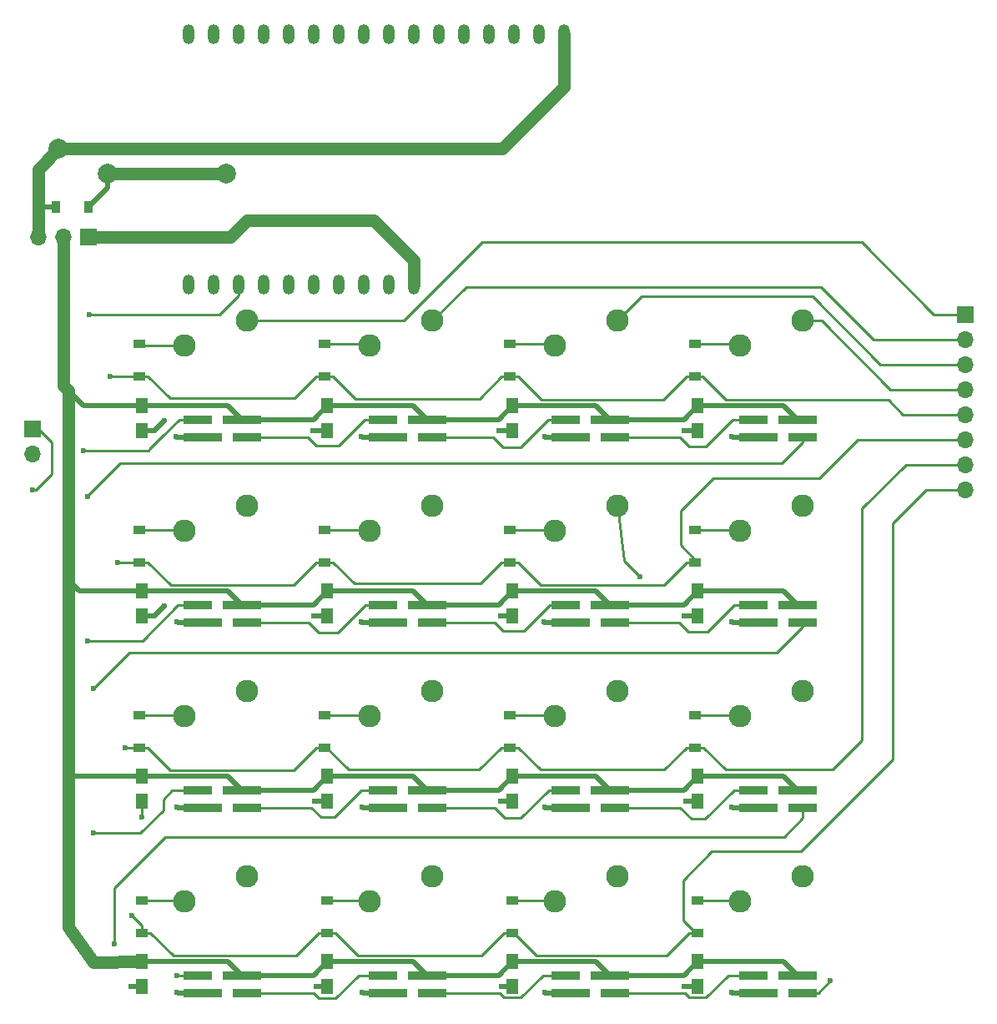
<source format=gtl>
G04 #@! TF.GenerationSoftware,KiCad,Pcbnew,(2017-12-24 revision 570866557)-makepkg*
G04 #@! TF.CreationDate,2018-02-26T21:37:48-07:00*
G04 #@! TF.ProjectId,KeyGridTest1,4B65794772696454657374312E6B6963,rev?*
G04 #@! TF.SameCoordinates,Original*
G04 #@! TF.FileFunction,Copper,L1,Top,Signal*
G04 #@! TF.FilePolarity,Positive*
%FSLAX46Y46*%
G04 Gerber Fmt 4.6, Leading zero omitted, Abs format (unit mm)*
G04 Created by KiCad (PCBNEW (2017-12-24 revision 570866557)-makepkg) date 02/26/18 21:37:48*
%MOMM*%
%LPD*%
G01*
G04 APERTURE LIST*
%ADD10O,1.200000X2.000000*%
%ADD11C,2.286000*%
%ADD12R,1.200000X0.900000*%
%ADD13R,3.000000X0.850000*%
%ADD14R,4.000000X0.850000*%
%ADD15R,1.250000X1.500000*%
%ADD16R,1.700000X1.700000*%
%ADD17O,1.700000X1.700000*%
%ADD18C,1.998980*%
%ADD19C,2.000000*%
%ADD20R,0.900000X1.200000*%
%ADD21C,0.600000*%
%ADD22C,0.508000*%
%ADD23C,1.270000*%
%ADD24C,0.254000*%
%ADD25C,0.250000*%
G04 APERTURE END LIST*
D10*
X114655600Y-45364400D03*
X114655600Y-70764400D03*
X117195600Y-45364400D03*
X117195600Y-70764400D03*
X119735600Y-45364400D03*
X119735600Y-70764400D03*
X122275600Y-45364400D03*
X122275600Y-70764400D03*
X124815600Y-45364400D03*
X124815600Y-70764400D03*
X127355600Y-45364400D03*
X127355600Y-70764400D03*
X129895600Y-45364400D03*
X129895600Y-70764400D03*
X132435600Y-45364400D03*
X132435600Y-70764400D03*
X134975600Y-45364400D03*
X134975600Y-70764400D03*
X137515600Y-45364400D03*
X137515600Y-70764400D03*
X140055600Y-45364400D03*
X142595600Y-45364400D03*
X145135600Y-45364400D03*
X147675600Y-45364400D03*
X150215600Y-45364400D03*
X152755600Y-45364400D03*
D11*
X120624600Y-74447400D03*
X114274600Y-76987400D03*
X139420600Y-112039400D03*
X133070600Y-114579400D03*
D12*
X147548600Y-136549400D03*
X147548600Y-133249400D03*
X166344600Y-136549400D03*
X166344600Y-133249400D03*
X109956600Y-136549400D03*
X109956600Y-133249400D03*
X128752600Y-136549400D03*
X128752600Y-133249400D03*
X166090600Y-117753400D03*
X166090600Y-114453400D03*
X147294600Y-117753400D03*
X147294600Y-114453400D03*
X147294600Y-98957400D03*
X147294600Y-95657400D03*
X166090600Y-98957400D03*
X166090600Y-95657400D03*
X128498600Y-117753400D03*
X128498600Y-114453400D03*
X128498600Y-98957400D03*
X128498600Y-95657400D03*
X109702600Y-98957400D03*
X109702600Y-95657400D03*
X109702600Y-117753400D03*
X109702600Y-114453400D03*
X109702600Y-80098199D03*
X109702600Y-76798199D03*
X128498600Y-80098199D03*
X128498600Y-76798199D03*
X147294600Y-80098199D03*
X147294600Y-76798199D03*
X166090600Y-80098199D03*
X166090600Y-76798199D03*
D11*
X158216600Y-130835400D03*
X151866600Y-133375400D03*
X177012600Y-130835400D03*
X170662600Y-133375400D03*
X120624600Y-130835400D03*
X114274600Y-133375400D03*
X139420600Y-130835400D03*
X133070600Y-133375400D03*
X158216600Y-112039400D03*
X151866600Y-114579400D03*
X177012600Y-112039400D03*
X170662600Y-114579400D03*
X177012600Y-93243400D03*
X170662600Y-95783400D03*
X139420600Y-93243400D03*
X133070600Y-95783400D03*
X120624600Y-93243400D03*
X114274600Y-95783400D03*
X120624600Y-112039400D03*
X114274600Y-114579400D03*
X139420600Y-74447400D03*
X133070600Y-76987400D03*
X158216600Y-74447400D03*
X151866600Y-76987400D03*
X177012600Y-74447400D03*
X170662600Y-76987400D03*
D13*
X152922600Y-140882400D03*
D14*
X153422600Y-142632400D03*
D13*
X157922600Y-142632400D03*
D14*
X157422600Y-140882400D03*
D15*
X147548600Y-139491400D03*
X147548600Y-141991400D03*
X166344600Y-139491400D03*
X166344600Y-141991400D03*
D13*
X171972600Y-140882400D03*
D14*
X172472600Y-142632400D03*
D13*
X176972600Y-142632400D03*
D14*
X176472600Y-140882400D03*
D15*
X128752600Y-139491400D03*
X128752600Y-141991400D03*
X109956600Y-139491400D03*
X109956600Y-141991400D03*
D13*
X115584600Y-140882400D03*
D14*
X116084600Y-142632400D03*
D13*
X120584600Y-142632400D03*
D14*
X120084600Y-140882400D03*
D13*
X134380600Y-140882400D03*
D14*
X134880600Y-142632400D03*
D13*
X139380600Y-142632400D03*
D14*
X138880600Y-140882400D03*
D13*
X152922600Y-103290400D03*
D14*
X153422600Y-105040400D03*
D13*
X157922600Y-105040400D03*
D14*
X157422600Y-103290400D03*
D13*
X152922600Y-122086400D03*
D14*
X153422600Y-123836400D03*
D13*
X157922600Y-123836400D03*
D14*
X157422600Y-122086400D03*
D13*
X171972600Y-103290400D03*
D14*
X172472600Y-105040400D03*
D13*
X176972600Y-105040400D03*
D14*
X176472600Y-103290400D03*
D13*
X171972600Y-122086400D03*
D14*
X172472600Y-123836400D03*
D13*
X176972600Y-123836400D03*
D14*
X176472600Y-122086400D03*
D13*
X115584600Y-122086400D03*
D14*
X116084600Y-123836400D03*
D13*
X120584600Y-123836400D03*
D14*
X120084600Y-122086400D03*
D15*
X128752600Y-120695400D03*
X128752600Y-123195400D03*
D13*
X134380600Y-122086400D03*
D14*
X134880600Y-123836400D03*
D13*
X139380600Y-123836400D03*
D14*
X138880600Y-122086400D03*
D13*
X115584600Y-103290400D03*
D14*
X116084600Y-105040400D03*
D13*
X120584600Y-105040400D03*
D14*
X120084600Y-103290400D03*
D15*
X128752600Y-101899400D03*
X128752600Y-104399400D03*
D13*
X134380600Y-103290400D03*
D14*
X134880600Y-105040400D03*
D13*
X139380600Y-105040400D03*
D14*
X138880600Y-103290400D03*
D15*
X147548600Y-101899400D03*
X147548600Y-104399400D03*
X166344600Y-101899400D03*
X166344600Y-104399400D03*
X166344600Y-120695400D03*
X166344600Y-123195400D03*
X147548600Y-120695400D03*
X147548600Y-123195400D03*
X109956600Y-101899400D03*
X109956600Y-104399400D03*
X109956600Y-120695400D03*
X109956600Y-123195400D03*
X109956600Y-83103400D03*
X109956600Y-85603400D03*
X128752600Y-83103400D03*
X128752600Y-85603400D03*
X147548600Y-83103400D03*
X147548600Y-85603400D03*
X166344600Y-83103400D03*
X166344600Y-85603400D03*
D16*
X104500000Y-66000000D03*
D17*
X101960000Y-66000000D03*
X99420000Y-66000000D03*
D13*
X115584600Y-84494400D03*
D14*
X116084600Y-86244400D03*
D13*
X120584600Y-86244400D03*
D14*
X120084600Y-84494400D03*
D13*
X134380600Y-84494400D03*
D14*
X134880600Y-86244400D03*
D13*
X139380600Y-86244400D03*
D14*
X138880600Y-84494400D03*
D13*
X152922600Y-84494400D03*
D14*
X153422600Y-86244400D03*
D13*
X157922600Y-86244400D03*
D14*
X157422600Y-84494400D03*
D13*
X171972600Y-84494400D03*
D14*
X172472600Y-86244400D03*
D13*
X176972600Y-86244400D03*
D14*
X176472600Y-84494400D03*
D18*
X118500000Y-59500000D03*
D16*
X193500000Y-73800000D03*
D17*
X193500000Y-76340000D03*
X193500000Y-78880000D03*
X193500000Y-81420000D03*
X193500000Y-83960000D03*
X193500000Y-86500000D03*
X193500000Y-89040000D03*
X193500000Y-91580000D03*
D16*
X98800000Y-85400000D03*
D17*
X98800000Y-87940000D03*
D19*
X106500000Y-59500000D03*
X101500000Y-57000000D03*
D11*
X151866600Y-95783400D03*
X158216600Y-93243400D03*
D20*
X104475000Y-62950000D03*
X101175000Y-62950000D03*
D21*
X169800000Y-142600000D03*
X165000000Y-142000000D03*
X150800000Y-142600000D03*
X146400000Y-142000000D03*
X132300000Y-142600000D03*
X127600000Y-142000000D03*
X113500000Y-142600000D03*
X108800000Y-142000000D03*
X113500000Y-123800000D03*
X127500000Y-123200000D03*
X132300000Y-123800000D03*
X146300000Y-123200000D03*
X150800000Y-123800000D03*
X165100000Y-123200000D03*
X169800000Y-123800000D03*
X169800000Y-105000000D03*
X165000000Y-104400000D03*
X150700000Y-105000000D03*
X146300000Y-104400000D03*
X132200000Y-105000000D03*
X127400000Y-104400000D03*
X113500000Y-105000000D03*
X112200000Y-103400000D03*
X169800000Y-86200000D03*
X165000000Y-85600000D03*
X150800000Y-86200000D03*
X146200000Y-85600000D03*
X132200000Y-86200000D03*
X127300000Y-85600000D03*
X113400000Y-86200000D03*
X112200000Y-84600000D03*
X104400000Y-106900000D03*
X104400000Y-92300000D03*
X105000000Y-126400000D03*
X105000000Y-111800000D03*
X113500000Y-140900000D03*
X107100000Y-137700000D03*
X109956600Y-124815600D03*
X104000000Y-87600000D03*
X98800000Y-91600000D03*
X179800000Y-141400000D03*
X104600000Y-73800000D03*
X106730800Y-80060800D03*
X107442000Y-98983800D03*
X108204000Y-117754400D03*
X108940600Y-134800000D03*
X160500000Y-100450000D03*
D22*
X166344600Y-139491400D02*
X175081600Y-139491400D01*
X175081600Y-139491400D02*
X176472600Y-140882400D01*
X157422600Y-140882400D02*
X164953600Y-140882400D01*
X164953600Y-140882400D02*
X166344600Y-139491400D01*
X147548600Y-139491400D02*
X156031600Y-139491400D01*
X156031600Y-139491400D02*
X157422600Y-140882400D01*
X138880600Y-140882400D02*
X146157600Y-140882400D01*
X146157600Y-140882400D02*
X147548600Y-139491400D01*
X128752600Y-139491400D02*
X137489600Y-139491400D01*
X137489600Y-139491400D02*
X138880600Y-140882400D01*
X120084600Y-140882400D02*
X127361600Y-140882400D01*
X127361600Y-140882400D02*
X128752600Y-139491400D01*
X109956600Y-139491400D02*
X118693600Y-139491400D01*
X118693600Y-139491400D02*
X120084600Y-140882400D01*
X166344600Y-120695400D02*
X175081600Y-120695400D01*
X175081600Y-120695400D02*
X176472600Y-122086400D01*
X157422600Y-122086400D02*
X164953600Y-122086400D01*
X164953600Y-122086400D02*
X166344600Y-120695400D01*
X147548600Y-120695400D02*
X156031600Y-120695400D01*
X156031600Y-120695400D02*
X157422600Y-122086400D01*
X138880600Y-122086400D02*
X146157600Y-122086400D01*
X146157600Y-122086400D02*
X147548600Y-120695400D01*
X128752600Y-120695400D02*
X137489600Y-120695400D01*
X137489600Y-120695400D02*
X138880600Y-122086400D01*
X120084600Y-122086400D02*
X127361600Y-122086400D01*
X127361600Y-122086400D02*
X128752600Y-120695400D01*
X109956600Y-120695400D02*
X118693600Y-120695400D01*
X118693600Y-120695400D02*
X120084600Y-122086400D01*
X166344600Y-101899400D02*
X175081600Y-101899400D01*
X175081600Y-101899400D02*
X176472600Y-103290400D01*
X157422600Y-103290400D02*
X164953600Y-103290400D01*
X164953600Y-103290400D02*
X166344600Y-101899400D01*
X147548600Y-101899400D02*
X156031600Y-101899400D01*
X156031600Y-101899400D02*
X157422600Y-103290400D01*
X138880600Y-103290400D02*
X146157600Y-103290400D01*
X146157600Y-103290400D02*
X147548600Y-101899400D01*
X128752600Y-101899400D02*
X137489600Y-101899400D01*
X137489600Y-101899400D02*
X138880600Y-103290400D01*
X120084600Y-103290400D02*
X127361600Y-103290400D01*
X127361600Y-103290400D02*
X128752600Y-101899400D01*
X109956600Y-101899400D02*
X118693600Y-101899400D01*
X118693600Y-101899400D02*
X120084600Y-103290400D01*
X166344600Y-83103400D02*
X175081600Y-83103400D01*
X175081600Y-83103400D02*
X176472600Y-84494400D01*
X157422600Y-84494400D02*
X164953600Y-84494400D01*
X164953600Y-84494400D02*
X166344600Y-83103400D01*
X147548600Y-83103400D02*
X156031600Y-83103400D01*
X156031600Y-83103400D02*
X157422600Y-84494400D01*
X138880600Y-84494400D02*
X146157600Y-84494400D01*
X146157600Y-84494400D02*
X147548600Y-83103400D01*
X128752600Y-83103400D02*
X137489600Y-83103400D01*
X137489600Y-83103400D02*
X138880600Y-84494400D01*
X120084600Y-84494400D02*
X127361600Y-84494400D01*
X127361600Y-84494400D02*
X128752600Y-83103400D01*
X109956600Y-83103400D02*
X118693600Y-83103400D01*
X118693600Y-83103400D02*
X120084600Y-84494400D01*
D23*
X101960000Y-66000000D02*
X101960000Y-81030400D01*
X101960000Y-81030400D02*
X102463600Y-81534000D01*
D22*
X106500000Y-59500000D02*
X106500000Y-60925000D01*
X106500000Y-60925000D02*
X104475000Y-62950000D01*
X111296600Y-85603400D02*
X111296600Y-85503400D01*
X111296600Y-85503400D02*
X112200000Y-84600000D01*
X111299400Y-104399400D02*
X111299400Y-104300600D01*
X111299400Y-104300600D02*
X112200000Y-103400000D01*
X169832400Y-142632400D02*
X169800000Y-142600000D01*
X172472600Y-142632400D02*
X169832400Y-142632400D01*
X165008600Y-141991400D02*
X165000000Y-142000000D01*
X166344600Y-141991400D02*
X165008600Y-141991400D01*
X150832400Y-142632400D02*
X150800000Y-142600000D01*
X153422600Y-142632400D02*
X150832400Y-142632400D01*
X146408600Y-141991400D02*
X146400000Y-142000000D01*
X147548600Y-141991400D02*
X146408600Y-141991400D01*
X132332400Y-142632400D02*
X132300000Y-142600000D01*
X134880600Y-142632400D02*
X132332400Y-142632400D01*
X127608600Y-141991400D02*
X127600000Y-142000000D01*
X128752600Y-141991400D02*
X127608600Y-141991400D01*
X113532400Y-142632400D02*
X113500000Y-142600000D01*
X116084600Y-142632400D02*
X113532400Y-142632400D01*
X108808600Y-141991400D02*
X108800000Y-142000000D01*
X109956600Y-141991400D02*
X108808600Y-141991400D01*
X113536400Y-123836400D02*
X113500000Y-123800000D01*
X116084600Y-123836400D02*
X113536400Y-123836400D01*
X127504600Y-123195400D02*
X127500000Y-123200000D01*
X128752600Y-123195400D02*
X127504600Y-123195400D01*
X132336400Y-123836400D02*
X132300000Y-123800000D01*
X134880600Y-123836400D02*
X132336400Y-123836400D01*
X146304600Y-123195400D02*
X146300000Y-123200000D01*
X147548600Y-123195400D02*
X146304600Y-123195400D01*
X150836400Y-123836400D02*
X150800000Y-123800000D01*
X153422600Y-123836400D02*
X150836400Y-123836400D01*
X165104600Y-123195400D02*
X165100000Y-123200000D01*
X166344600Y-123195400D02*
X165104600Y-123195400D01*
X169836400Y-123836400D02*
X169800000Y-123800000D01*
X172472600Y-123836400D02*
X169836400Y-123836400D01*
X169840400Y-105040400D02*
X169800000Y-105000000D01*
X172472600Y-105040400D02*
X169840400Y-105040400D01*
X165000600Y-104399400D02*
X165000000Y-104400000D01*
X166344600Y-104399400D02*
X165000600Y-104399400D01*
X150740400Y-105040400D02*
X150700000Y-105000000D01*
X153422600Y-105040400D02*
X150740400Y-105040400D01*
X146300600Y-104399400D02*
X146300000Y-104400000D01*
X147548600Y-104399400D02*
X146300600Y-104399400D01*
X132240400Y-105040400D02*
X132200000Y-105000000D01*
X134880600Y-105040400D02*
X132240400Y-105040400D01*
X127400600Y-104399400D02*
X127400000Y-104400000D01*
X128752600Y-104399400D02*
X127400600Y-104399400D01*
X113540400Y-105040400D02*
X113500000Y-105000000D01*
X116084600Y-105040400D02*
X113540400Y-105040400D01*
X111299400Y-104399400D02*
X111300000Y-104400000D01*
X109956600Y-104399400D02*
X111299400Y-104399400D01*
X169844400Y-86244400D02*
X169800000Y-86200000D01*
X172472600Y-86244400D02*
X169844400Y-86244400D01*
X165003400Y-85603400D02*
X165000000Y-85600000D01*
X166344600Y-85603400D02*
X165003400Y-85603400D01*
X150844400Y-86244400D02*
X150800000Y-86200000D01*
X153422600Y-86244400D02*
X150844400Y-86244400D01*
X146203400Y-85603400D02*
X146200000Y-85600000D01*
X147548600Y-85603400D02*
X146203400Y-85603400D01*
X132244400Y-86244400D02*
X132200000Y-86200000D01*
X134880600Y-86244400D02*
X132244400Y-86244400D01*
X127303400Y-85603400D02*
X127300000Y-85600000D01*
X128752600Y-85603400D02*
X127303400Y-85603400D01*
X113444400Y-86244400D02*
X113400000Y-86200000D01*
X116084600Y-86244400D02*
X113444400Y-86244400D01*
X111296600Y-85603400D02*
X111300000Y-85600000D01*
X109956600Y-85603400D02*
X111296600Y-85603400D01*
D24*
X185700000Y-82500000D02*
X187160000Y-83960000D01*
X187160000Y-83960000D02*
X193500000Y-83960000D01*
X169200000Y-82500000D02*
X185700000Y-82500000D01*
X166798199Y-80098199D02*
X169200000Y-82500000D01*
X166090600Y-80098199D02*
X166798199Y-80098199D01*
X178700000Y-90400000D02*
X182600000Y-86500000D01*
X182600000Y-86500000D02*
X193500000Y-86500000D01*
X167900000Y-90400000D02*
X178700000Y-90400000D01*
X164600000Y-93700000D02*
X167900000Y-90400000D01*
X164600000Y-97200000D02*
X164600000Y-93700000D01*
X166090600Y-98690600D02*
X164600000Y-97200000D01*
X166090600Y-98957400D02*
X166090600Y-98690600D01*
X109956600Y-136549400D02*
X109956600Y-135816000D01*
X109956600Y-135816000D02*
X108940600Y-134800000D01*
X186100000Y-95000000D02*
X189520000Y-91580000D01*
X189520000Y-91580000D02*
X193500000Y-91580000D01*
X186100000Y-119000000D02*
X186100000Y-95000000D01*
X176800000Y-128300000D02*
X186100000Y-119000000D01*
X167800000Y-128300000D02*
X176800000Y-128300000D01*
X164900000Y-131200000D02*
X167800000Y-128300000D01*
X164900000Y-135300000D02*
X164900000Y-131200000D01*
X166149400Y-136549400D02*
X164900000Y-135300000D01*
X166344600Y-136549400D02*
X166149400Y-136549400D01*
D23*
X99420000Y-62875000D02*
X99420000Y-59080000D01*
X99420000Y-66000000D02*
X99420000Y-62875000D01*
D22*
X101175000Y-62950000D02*
X99495000Y-62950000D01*
X99495000Y-62950000D02*
X99420000Y-62875000D01*
D24*
X129900000Y-87100000D02*
X132505600Y-84494400D01*
X132505600Y-84494400D02*
X134380600Y-84494400D01*
X127600000Y-87100000D02*
X129900000Y-87100000D01*
X126744400Y-86244400D02*
X127600000Y-87100000D01*
X120584600Y-86244400D02*
X126744400Y-86244400D01*
X129800000Y-106100000D02*
X132609600Y-103290400D01*
X132609600Y-103290400D02*
X134380600Y-103290400D01*
X127900000Y-106100000D02*
X129800000Y-106100000D01*
X126840400Y-105040400D02*
X127900000Y-106100000D01*
X120584600Y-105040400D02*
X126840400Y-105040400D01*
X110000000Y-106900000D02*
X113609600Y-103290400D01*
X113609600Y-103290400D02*
X115584600Y-103290400D01*
X104400000Y-106900000D02*
X110000000Y-106900000D01*
X104400000Y-92200000D02*
X104400000Y-92300000D01*
X107700000Y-88900000D02*
X104400000Y-92200000D01*
X174900000Y-88900000D02*
X107700000Y-88900000D01*
X176972600Y-86827400D02*
X174900000Y-88900000D01*
X176972600Y-86244400D02*
X176972600Y-86827400D01*
X129500000Y-124800000D02*
X132213600Y-122086400D01*
X132213600Y-122086400D02*
X134380600Y-122086400D01*
X128100000Y-124800000D02*
X129500000Y-124800000D01*
X127136400Y-123836400D02*
X128100000Y-124800000D01*
X120584600Y-123836400D02*
X127136400Y-123836400D01*
X112100000Y-123000000D02*
X113013600Y-122086400D01*
X113013600Y-122086400D02*
X115584600Y-122086400D01*
X112100000Y-124100000D02*
X112100000Y-123000000D01*
X109800000Y-126400000D02*
X112100000Y-124100000D01*
X105000000Y-126400000D02*
X109800000Y-126400000D01*
X108700000Y-108100000D02*
X105000000Y-111800000D01*
X174400000Y-108100000D02*
X108700000Y-108100000D01*
X176972600Y-105527400D02*
X174400000Y-108100000D01*
X176972600Y-105040400D02*
X176972600Y-105527400D01*
X129600000Y-143200000D02*
X131917600Y-140882400D01*
X131917600Y-140882400D02*
X134380600Y-140882400D01*
X127900000Y-143200000D02*
X129600000Y-143200000D01*
X127332400Y-142632400D02*
X127900000Y-143200000D01*
X120584600Y-142632400D02*
X127332400Y-142632400D01*
X113517600Y-140882400D02*
X115584600Y-140882400D01*
X107100000Y-132000000D02*
X107100000Y-137700000D01*
X175100000Y-126800000D02*
X112300000Y-126800000D01*
X112300000Y-126800000D02*
X107100000Y-132000000D01*
X113500000Y-140900000D02*
X113517600Y-140882400D01*
X176972600Y-123836400D02*
X176972600Y-124927400D01*
X176972600Y-124927400D02*
X175100000Y-126800000D01*
X148400000Y-87300000D02*
X151205600Y-84494400D01*
X151205600Y-84494400D02*
X152922600Y-84494400D01*
X146600000Y-87300000D02*
X148400000Y-87300000D01*
X145544400Y-86244400D02*
X146600000Y-87300000D01*
X139380600Y-86244400D02*
X145544400Y-86244400D01*
X148700000Y-105900000D02*
X151309600Y-103290400D01*
X151309600Y-103290400D02*
X152922600Y-103290400D01*
X146600000Y-105900000D02*
X148700000Y-105900000D01*
X145740400Y-105040400D02*
X146600000Y-105900000D01*
X139380600Y-105040400D02*
X145740400Y-105040400D01*
D22*
X138280600Y-105040400D02*
X139359600Y-105040400D01*
D24*
X148400000Y-124900000D02*
X151213600Y-122086400D01*
X151213600Y-122086400D02*
X152922600Y-122086400D01*
X146800000Y-124900000D02*
X148400000Y-124900000D01*
X145736400Y-123836400D02*
X146800000Y-124900000D01*
X139380600Y-123836400D02*
X145736400Y-123836400D01*
X148400000Y-143100000D02*
X150617600Y-140882400D01*
X150617600Y-140882400D02*
X152922600Y-140882400D01*
X146700000Y-143100000D02*
X148400000Y-143100000D01*
X146232400Y-142632400D02*
X146700000Y-143100000D01*
X139380600Y-142632400D02*
X146232400Y-142632400D01*
X167200000Y-87200000D02*
X169905600Y-84494400D01*
X169905600Y-84494400D02*
X171972600Y-84494400D01*
X165500000Y-87200000D02*
X167200000Y-87200000D01*
X164544400Y-86244400D02*
X165500000Y-87200000D01*
X157922600Y-86244400D02*
X164544400Y-86244400D01*
X167300000Y-106000000D02*
X170009600Y-103290400D01*
X170009600Y-103290400D02*
X171972600Y-103290400D01*
X165400000Y-106000000D02*
X167300000Y-106000000D01*
X164440400Y-105040400D02*
X165400000Y-106000000D01*
X157922600Y-105040400D02*
X164440400Y-105040400D01*
X167100000Y-125000000D02*
X170013600Y-122086400D01*
X170013600Y-122086400D02*
X171972600Y-122086400D01*
X165700000Y-125000000D02*
X167100000Y-125000000D01*
X164536400Y-123836400D02*
X165700000Y-125000000D01*
X157922600Y-123836400D02*
X164536400Y-123836400D01*
X167200000Y-143100000D02*
X169417600Y-140882400D01*
X169417600Y-140882400D02*
X171972600Y-140882400D01*
X165500000Y-143100000D02*
X167200000Y-143100000D01*
X165032400Y-142632400D02*
X165500000Y-143100000D01*
X157922600Y-142632400D02*
X165032400Y-142632400D01*
D22*
X172997600Y-140882400D02*
X173072600Y-140882400D01*
D23*
X102463600Y-120500000D02*
X102463600Y-136000000D01*
X102463600Y-100787200D02*
X102463600Y-120500000D01*
D22*
X109956600Y-120695400D02*
X102659000Y-120695400D01*
X102659000Y-120695400D02*
X102463600Y-120500000D01*
X172064600Y-103290400D02*
X173072600Y-103290400D01*
X172064600Y-84494400D02*
X173072600Y-84494400D01*
D23*
X105000000Y-139500000D02*
X109956600Y-139491400D01*
X102463600Y-136000000D02*
X105000000Y-139500000D01*
X102463600Y-81534000D02*
X102463600Y-100787200D01*
D22*
X102463600Y-81534000D02*
X104033000Y-83103400D01*
X104033000Y-83103400D02*
X109956600Y-83103400D01*
X102463600Y-100787200D02*
X103575800Y-101899400D01*
X103575800Y-101899400D02*
X109956600Y-101899400D01*
D23*
X106500000Y-59500000D02*
X118500000Y-59500000D01*
D24*
X109956600Y-123195400D02*
X109956600Y-124815600D01*
X110600000Y-87600000D02*
X104000000Y-87600000D01*
X110800000Y-87400000D02*
X110600000Y-87600000D01*
X112000000Y-86200000D02*
X110800000Y-87400000D01*
X113705600Y-84494400D02*
X112000000Y-86200000D01*
X115584600Y-84494400D02*
X113705600Y-84494400D01*
X176972600Y-142632400D02*
X178567600Y-142632400D01*
X178567600Y-142632400D02*
X179800000Y-141400000D01*
X100800000Y-86800000D02*
X99400000Y-85400000D01*
X99400000Y-85400000D02*
X98800000Y-85400000D01*
X100800000Y-90000000D02*
X100800000Y-86800000D01*
X99200000Y-91600000D02*
X100800000Y-90000000D01*
X98800000Y-91600000D02*
X99200000Y-91600000D01*
X117800000Y-73800000D02*
X104600000Y-73800000D01*
X119735600Y-71864400D02*
X117800000Y-73800000D01*
X119735600Y-70764400D02*
X119735600Y-71864400D01*
D22*
X175872600Y-142632400D02*
X177331400Y-142632400D01*
X177331400Y-142632400D02*
X177342800Y-142621000D01*
X156822600Y-142632400D02*
X158306800Y-142632400D01*
X158306800Y-142632400D02*
X158318200Y-142621000D01*
X139300000Y-142621000D02*
X139288600Y-142632400D01*
X138280600Y-142632400D02*
X139288600Y-142632400D01*
X120504000Y-142621000D02*
X120802400Y-142621000D01*
X119484600Y-142632400D02*
X120492600Y-142632400D01*
X120492600Y-142632400D02*
X120504000Y-142621000D01*
D24*
X166090600Y-80098199D02*
X166240600Y-80098199D01*
X106730800Y-80060800D02*
X109665201Y-80060800D01*
X109665201Y-80060800D02*
X109702600Y-80098199D01*
X150498801Y-82448400D02*
X162886399Y-82448400D01*
X162886399Y-82448400D02*
X165236600Y-80098199D01*
X165236600Y-80098199D02*
X166090600Y-80098199D01*
X147294600Y-80098199D02*
X148148600Y-80098199D01*
X148148600Y-80098199D02*
X150498801Y-82448400D01*
X131601201Y-82346800D02*
X144191999Y-82346800D01*
X144191999Y-82346800D02*
X146440600Y-80098199D01*
X146440600Y-80098199D02*
X147294600Y-80098199D01*
X128498600Y-80098199D02*
X129352600Y-80098199D01*
X129352600Y-80098199D02*
X131601201Y-82346800D01*
X112779801Y-82321400D02*
X125421399Y-82321400D01*
X125421399Y-82321400D02*
X127644600Y-80098199D01*
X127644600Y-80098199D02*
X128498600Y-80098199D01*
X109702600Y-80098199D02*
X110556600Y-80098199D01*
X110556600Y-80098199D02*
X112779801Y-82321400D01*
D25*
X128498600Y-80098199D02*
X128648600Y-80098199D01*
X109702600Y-80098199D02*
X109852600Y-80098199D01*
X114274600Y-76987400D02*
X109891801Y-76987400D01*
X109891801Y-76987400D02*
X109702600Y-76798199D01*
D24*
X107442000Y-98983800D02*
X109676200Y-98983800D01*
X109676200Y-98983800D02*
X109702600Y-98957400D01*
X150435600Y-101244400D02*
X162949600Y-101244400D01*
X162949600Y-101244400D02*
X165236600Y-98957400D01*
X165236600Y-98957400D02*
X166090600Y-98957400D01*
X147294600Y-98957400D02*
X148148600Y-98957400D01*
X148148600Y-98957400D02*
X150435600Y-101244400D01*
X131487200Y-101092000D02*
X144306000Y-101092000D01*
X144306000Y-101092000D02*
X146440600Y-98957400D01*
X146440600Y-98957400D02*
X147294600Y-98957400D01*
X128498600Y-98957400D02*
X129352600Y-98957400D01*
X129352600Y-98957400D02*
X131487200Y-101092000D01*
X112869000Y-101269800D02*
X125332200Y-101269800D01*
X125332200Y-101269800D02*
X127644600Y-98957400D01*
X127644600Y-98957400D02*
X128498600Y-98957400D01*
X109702600Y-98957400D02*
X110556600Y-98957400D01*
X110556600Y-98957400D02*
X112869000Y-101269800D01*
D25*
X109702600Y-95657400D02*
X114148600Y-95657400D01*
X114148600Y-95657400D02*
X114274600Y-95783400D01*
D24*
X169191200Y-120000000D02*
X166944600Y-117753400D01*
X180000000Y-120000000D02*
X169191200Y-120000000D01*
X183000000Y-117000000D02*
X180000000Y-120000000D01*
X183000000Y-93500000D02*
X183000000Y-117000000D01*
X193500000Y-89040000D02*
X187460000Y-89040000D01*
X187460000Y-89040000D02*
X183000000Y-93500000D01*
X166944600Y-117753400D02*
X166090600Y-117753400D01*
X108204000Y-117754400D02*
X109701600Y-117754400D01*
X109701600Y-117754400D02*
X109702600Y-117753400D01*
X150410200Y-120015000D02*
X162975000Y-120015000D01*
X162975000Y-120015000D02*
X165236600Y-117753400D01*
X165236600Y-117753400D02*
X166090600Y-117753400D01*
X147294600Y-117753400D02*
X148148600Y-117753400D01*
X148148600Y-117753400D02*
X150410200Y-120015000D01*
X130910200Y-120015000D02*
X144179000Y-120015000D01*
X144179000Y-120015000D02*
X146440600Y-117753400D01*
X146440600Y-117753400D02*
X147294600Y-117753400D01*
X128498600Y-117753400D02*
X128648600Y-117753400D01*
X128648600Y-117753400D02*
X130910200Y-120015000D01*
X112843600Y-120040400D02*
X125357600Y-120040400D01*
X125357600Y-120040400D02*
X127644600Y-117753400D01*
X127644600Y-117753400D02*
X128498600Y-117753400D01*
X109702600Y-117753400D02*
X110556600Y-117753400D01*
X110556600Y-117753400D02*
X112843600Y-120040400D01*
D25*
X109702600Y-114453400D02*
X114148600Y-114453400D01*
X114148600Y-114453400D02*
X114274600Y-114579400D01*
D24*
X166344600Y-136549400D02*
X166494600Y-136549400D01*
X109906800Y-136499600D02*
X109956600Y-136549400D01*
X149985600Y-138836400D02*
X163203600Y-138836400D01*
X163203600Y-138836400D02*
X165490600Y-136549400D01*
X165490600Y-136549400D02*
X166344600Y-136549400D01*
X147548600Y-136549400D02*
X147698600Y-136549400D01*
X147698600Y-136549400D02*
X149985600Y-138836400D01*
X131893600Y-138836400D02*
X144407600Y-138836400D01*
X144407600Y-138836400D02*
X146694600Y-136549400D01*
X146694600Y-136549400D02*
X147548600Y-136549400D01*
X128752600Y-136549400D02*
X129606600Y-136549400D01*
X129606600Y-136549400D02*
X131893600Y-138836400D01*
X113123000Y-138861800D02*
X125586200Y-138861800D01*
X125586200Y-138861800D02*
X127898600Y-136549400D01*
X127898600Y-136549400D02*
X128752600Y-136549400D01*
X109956600Y-136549400D02*
X110810600Y-136549400D01*
X110810600Y-136549400D02*
X113123000Y-138861800D01*
D25*
X109956600Y-133249400D02*
X114148600Y-133249400D01*
X114148600Y-133249400D02*
X114274600Y-133375400D01*
X128498600Y-76798199D02*
X132881399Y-76798199D01*
X132881399Y-76798199D02*
X133070600Y-76987400D01*
X128498600Y-95657400D02*
X132944600Y-95657400D01*
X132944600Y-95657400D02*
X133070600Y-95783400D01*
X128498600Y-114453400D02*
X132944600Y-114453400D01*
X132944600Y-114453400D02*
X133070600Y-114579400D01*
X128752600Y-133249400D02*
X132944600Y-133249400D01*
X132944600Y-133249400D02*
X133070600Y-133375400D01*
X147294600Y-76798199D02*
X151677399Y-76798199D01*
X151677399Y-76798199D02*
X151866600Y-76987400D01*
X147294600Y-95657400D02*
X151740600Y-95657400D01*
X151740600Y-95657400D02*
X151866600Y-95783400D01*
D24*
X147294600Y-114453400D02*
X151740600Y-114453400D01*
X151740600Y-114453400D02*
X151866600Y-114579400D01*
D25*
X147548600Y-133249400D02*
X151740600Y-133249400D01*
X151740600Y-133249400D02*
X151866600Y-133375400D01*
X166090600Y-76798199D02*
X170473399Y-76798199D01*
X170473399Y-76798199D02*
X170662600Y-76987400D01*
X166090600Y-95657400D02*
X170536600Y-95657400D01*
X170536600Y-95657400D02*
X170662600Y-95783400D01*
X166090600Y-114453400D02*
X170536600Y-114453400D01*
X170536600Y-114453400D02*
X170662600Y-114579400D01*
X166344600Y-133249400D02*
X170536600Y-133249400D01*
X170536600Y-133249400D02*
X170662600Y-133375400D01*
D24*
X115011200Y-86258400D02*
X116670600Y-86258400D01*
X116670600Y-86258400D02*
X116684600Y-86244400D01*
X134726600Y-86244400D02*
X135480600Y-86244400D01*
X119484600Y-84494400D02*
X120238600Y-84494400D01*
X116619800Y-105105200D02*
X116684600Y-105040400D01*
X175872600Y-84494400D02*
X176626600Y-84494400D01*
X134726600Y-105040400D02*
X135480600Y-105040400D01*
X119484600Y-103290400D02*
X120238600Y-103290400D01*
X116645200Y-123875800D02*
X116684600Y-123836400D01*
X175872600Y-103290400D02*
X175947600Y-103290400D01*
X134726600Y-123836400D02*
X135480600Y-123836400D01*
X119484600Y-122086400D02*
X120238600Y-122086400D01*
X116673200Y-142621000D02*
X116684600Y-142632400D01*
X175872600Y-122086400D02*
X176626600Y-122086400D01*
X135405600Y-142632400D02*
X135480600Y-142632400D01*
X153268600Y-86244400D02*
X154022600Y-86244400D01*
X153268600Y-105040400D02*
X154022600Y-105040400D01*
X153268600Y-123836400D02*
X154022600Y-123836400D01*
X153947600Y-142632400D02*
X154022600Y-142632400D01*
X172318600Y-86244400D02*
X173072600Y-86244400D01*
X156822600Y-84494400D02*
X157576600Y-84494400D01*
X157576600Y-84494400D02*
X157588000Y-84505800D01*
X172318600Y-105040400D02*
X173072600Y-105040400D01*
X156822600Y-103290400D02*
X157576600Y-103290400D01*
X172318600Y-123836400D02*
X173072600Y-123836400D01*
X172997600Y-142632400D02*
X173072600Y-142632400D01*
D23*
X99420000Y-59080000D02*
X101500000Y-57000000D01*
X152755600Y-50744400D02*
X146500000Y-57000000D01*
X146500000Y-57000000D02*
X101500000Y-57000000D01*
X152755600Y-45364400D02*
X152755600Y-50744400D01*
D22*
X152755600Y-45364400D02*
X152755600Y-45764400D01*
D23*
X133501076Y-64300000D02*
X137515600Y-68314524D01*
X137515600Y-68314524D02*
X137515600Y-70764400D01*
X120600000Y-64300000D02*
X133501076Y-64300000D01*
X118900000Y-66000000D02*
X120600000Y-64300000D01*
X104500000Y-66000000D02*
X118900000Y-66000000D01*
X137515600Y-70364400D02*
X137515600Y-70764400D01*
D24*
X136552600Y-74447400D02*
X144500000Y-66500000D01*
X120624600Y-74447400D02*
X136552600Y-74447400D01*
X144500000Y-66500000D02*
X183000000Y-66500000D01*
X183000000Y-66500000D02*
X190300000Y-73800000D01*
X190300000Y-73800000D02*
X193500000Y-73800000D01*
X178820000Y-71000000D02*
X142868000Y-71000000D01*
X142868000Y-71000000D02*
X139420600Y-74447400D01*
X184160000Y-76340000D02*
X178820000Y-71000000D01*
X193500000Y-76340000D02*
X184160000Y-76340000D01*
X184880000Y-78880000D02*
X178000000Y-72000000D01*
X193500000Y-78880000D02*
X184880000Y-78880000D01*
X178000000Y-72000000D02*
X160664000Y-72000000D01*
X160664000Y-72000000D02*
X158216600Y-74447400D01*
D25*
X158850000Y-98800000D02*
X158216600Y-93243400D01*
X160500000Y-100450000D02*
X158850000Y-98800000D01*
D24*
X178947400Y-74447400D02*
X185920000Y-81420000D01*
X185920000Y-81420000D02*
X193500000Y-81420000D01*
X177012600Y-74447400D02*
X178947400Y-74447400D01*
M02*

</source>
